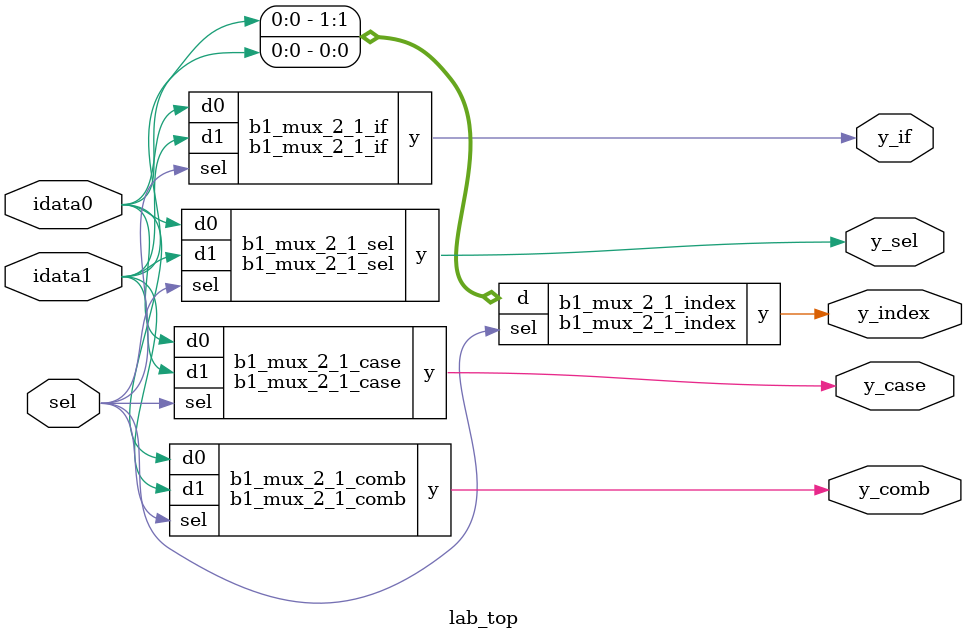
<source format=v>
module b1_mux_2_1_comb
(
    input  d0,
    input  d1,
    input  sel,
    output y
);

    assign y = (sel & d1) | (~sel & d0);

endmodule

module b1_mux_2_1_sel
(
    input  d0,
    input  d1,
    input  sel,
    output y
);

    assign y = sel ? d1 : d0;

endmodule

module b1_mux_2_1_if
(
    input  d0,
    input  d1,
    input  sel,
    output reg y
);
	always@(*)
	begin
		if(sel)
			y = d1;
		else 
			y = d0;
	end

endmodule

module b1_mux_2_1_case
(
    input  d0,
    input  d1,
    input  sel,
    output reg y
);
	always@(*)
	begin
		case (sel)
			0: y = d0;
			1: y = d1;
		endcase
	end

endmodule

module b1_mux_2_1_index
(
    input  [1:0] d,
    input        sel,
    output       y
);
    assign y = d[sel];

endmodule

module lab_top
(
    input   idata0,
    input   idata1,
    input   sel,
    output  y_comb, 
    output  y_sel,  
    output  y_if,   
    output  y_case, 
    output  y_index
);

    b1_mux_2_1_comb  b1_mux_2_1_comb  (   idata0, idata1,   sel, y_comb  );
    b1_mux_2_1_sel   b1_mux_2_1_sel   (   idata0, idata1,   sel, y_sel   );
    b1_mux_2_1_if    b1_mux_2_1_if    (   idata0, idata1,   sel, y_if    );
    b1_mux_2_1_case  b1_mux_2_1_case  (   idata0, idata1,   sel, y_case  );
    b1_mux_2_1_index b1_mux_2_1_index ( { idata0, idata1 }, sel, y_index );

endmodule

</source>
